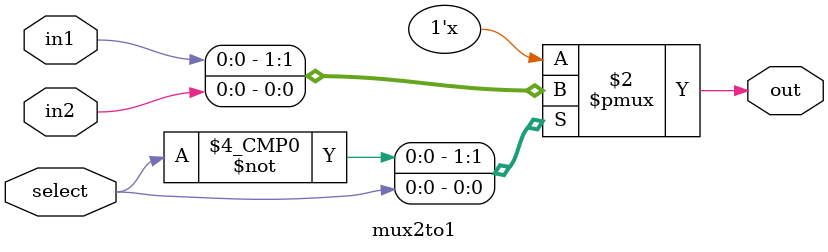
<source format=v>
module mux2to1 (
    input in1, input in2, input select, output reg out
);
    always@(in1, in2, select, out) begin
        case (select)
            1'b0 : out = in1;
            1'b1 : out = in2; 
            default : out = 2'bxx;
        endcase
    end
endmodule
</source>
